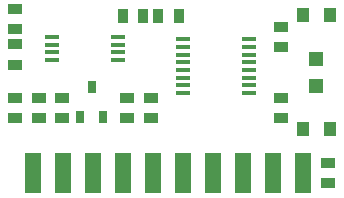
<source format=gts>
%FSLAX46Y46*%
G04 Gerber Fmt 4.6, Leading zero omitted, Abs format (unit mm)*
G04 Created by KiCad (PCBNEW (2014-09-02 BZR 5112)-product) date 2014-12-10 10:34:42 AM*
%MOMM*%
G01*
G04 APERTURE LIST*
%ADD10C,0.150000*%
%ADD11R,1.300480X0.299720*%
%ADD12R,1.270000X0.381000*%
%ADD13R,1.143000X0.812800*%
%ADD14R,0.812800X1.143000*%
%ADD15R,0.701040X1.000760*%
%ADD16R,1.000000X1.250000*%
%ADD17R,1.200000X1.250000*%
%ADD18R,1.350000X3.500000*%
G04 APERTURE END LIST*
D10*
D11*
X108694000Y-82955400D03*
X108694000Y-82320400D03*
X108694000Y-81660000D03*
X108694000Y-81025000D03*
X103106000Y-81025000D03*
X103106000Y-81672700D03*
X103106000Y-82320400D03*
X103106000Y-82968100D03*
D12*
X119799080Y-85775840D03*
X119799080Y-85125600D03*
X119799080Y-84475360D03*
X119799080Y-83825120D03*
X119799080Y-83174880D03*
X119799080Y-82524640D03*
X119799080Y-81874400D03*
X119799080Y-81224160D03*
X114200920Y-81224160D03*
X114200920Y-81874400D03*
X114200920Y-82524640D03*
X114200920Y-83174880D03*
X114200920Y-83825120D03*
X114200920Y-84475360D03*
X114200920Y-85125600D03*
X114200920Y-85775840D03*
D13*
X104000000Y-86149100D03*
X104000000Y-87850900D03*
D14*
X113850900Y-79250000D03*
X112149100Y-79250000D03*
X109149100Y-79250000D03*
X110850900Y-79250000D03*
D13*
X100000000Y-78649100D03*
X100000000Y-80350900D03*
X100000000Y-81649100D03*
X100000000Y-83350900D03*
X126500000Y-93350900D03*
X126500000Y-91649100D03*
X122500000Y-86149100D03*
X122500000Y-87850900D03*
X100000000Y-87850900D03*
X100000000Y-86149100D03*
X102000000Y-86149100D03*
X102000000Y-87850900D03*
X109500000Y-86149100D03*
X109500000Y-87850900D03*
X122500000Y-81850900D03*
X122500000Y-80149100D03*
X111500000Y-87850900D03*
X111500000Y-86149100D03*
D15*
X106500000Y-85230000D03*
X107452500Y-87770000D03*
X105547500Y-87770000D03*
D16*
X126650000Y-88850000D03*
X124350000Y-88850000D03*
D17*
X125500000Y-85150000D03*
D16*
X124350000Y-79150000D03*
X126650000Y-79150000D03*
D17*
X125500000Y-82850000D03*
D18*
X101570000Y-92500000D03*
X104110000Y-92500000D03*
X106650000Y-92500000D03*
X109190000Y-92500000D03*
X111730000Y-92500000D03*
X114270000Y-92500000D03*
X116810000Y-92500000D03*
X119350000Y-92500000D03*
X121890000Y-92500000D03*
X124430000Y-92500000D03*
M02*

</source>
